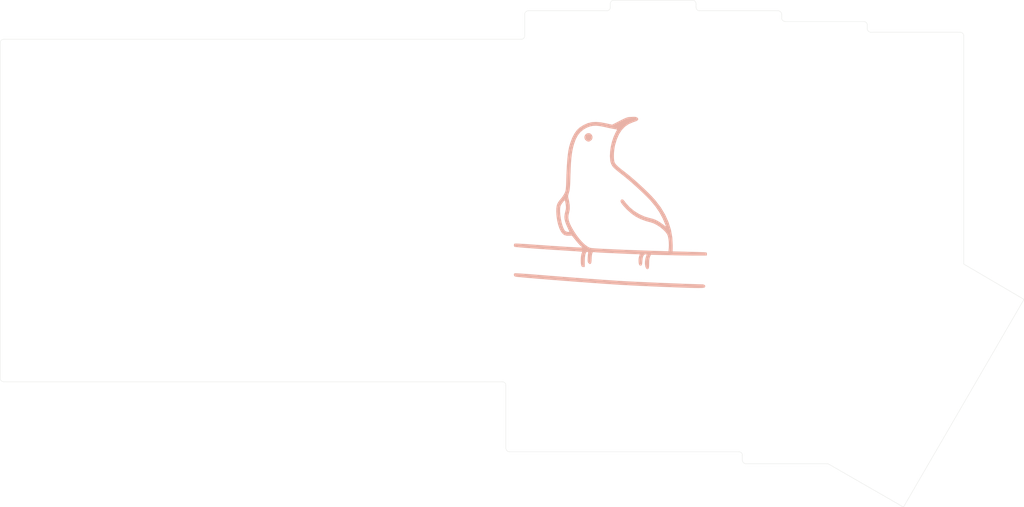
<source format=kicad_pcb>
(kicad_pcb (version 20171130) (host pcbnew "(5.1.9-0-10_14)")

  (general
    (thickness 1.6)
    (drawings 39)
    (tracks 0)
    (zones 0)
    (modules 8)
    (nets 1)
  )

  (page A4)
  (layers
    (0 F.Cu signal)
    (31 B.Cu signal)
    (32 B.Adhes user)
    (33 F.Adhes user)
    (34 B.Paste user)
    (35 F.Paste user)
    (36 B.SilkS user)
    (37 F.SilkS user)
    (38 B.Mask user)
    (39 F.Mask user)
    (40 Dwgs.User user)
    (41 Cmts.User user)
    (42 Eco1.User user)
    (43 Eco2.User user)
    (44 Edge.Cuts user)
    (45 Margin user)
    (46 B.CrtYd user)
    (47 F.CrtYd user)
    (48 B.Fab user)
    (49 F.Fab user)
  )

  (setup
    (last_trace_width 0.25)
    (trace_clearance 0.2)
    (zone_clearance 0.508)
    (zone_45_only no)
    (trace_min 0.2)
    (via_size 0.8)
    (via_drill 0.4)
    (via_min_size 0.4)
    (via_min_drill 0.3)
    (uvia_size 0.3)
    (uvia_drill 0.1)
    (uvias_allowed no)
    (uvia_min_size 0.2)
    (uvia_min_drill 0.1)
    (edge_width 0.05)
    (segment_width 0.2)
    (pcb_text_width 0.3)
    (pcb_text_size 1.5 1.5)
    (mod_edge_width 0.12)
    (mod_text_size 1 1)
    (mod_text_width 0.15)
    (pad_size 1.524 1.524)
    (pad_drill 0.762)
    (pad_to_mask_clearance 0)
    (aux_axis_origin 0 0)
    (grid_origin 221.45 102.39375)
    (visible_elements FFFFF77F)
    (pcbplotparams
      (layerselection 0x011fc_ffffffff)
      (usegerberextensions false)
      (usegerberattributes true)
      (usegerberadvancedattributes true)
      (creategerberjobfile true)
      (excludeedgelayer true)
      (linewidth 0.100000)
      (plotframeref false)
      (viasonmask false)
      (mode 1)
      (useauxorigin false)
      (hpglpennumber 1)
      (hpglpenspeed 20)
      (hpglpendiameter 15.000000)
      (psnegative false)
      (psa4output false)
      (plotreference true)
      (plotvalue true)
      (plotinvisibletext false)
      (padsonsilk false)
      (subtractmaskfromsilk false)
      (outputformat 1)
      (mirror false)
      (drillshape 0)
      (scaleselection 1)
      (outputdirectory "./gerbers"))
  )

  (net 0 "")

  (net_class Default "This is the default net class."
    (clearance 0.2)
    (trace_width 0.25)
    (via_dia 0.8)
    (via_drill 0.4)
    (uvia_dia 0.3)
    (uvia_drill 0.1)
  )

  (module footprints:wren_logo_large (layer B.Cu) (tedit 0) (tstamp 60854734)
    (at 173.063 63.27775 180)
    (fp_text reference G*** (at 0 0) (layer B.SilkS) hide
      (effects (font (size 1.524 1.524) (thickness 0.3)) (justify mirror))
    )
    (fp_text value LOGO (at 0.75 0) (layer B.SilkS) hide
      (effects (font (size 1.524 1.524) (thickness 0.3)) (justify mirror))
    )
    (fp_poly (pts (xy 21.305306 -15.777034) (xy 21.453922 -15.934693) (xy 21.466438 -16.175629) (xy 21.354528 -16.405686)
      (xy 21.214773 -16.507264) (xy 21.053493 -16.535665) (xy 20.680056 -16.579135) (xy 20.112626 -16.63624)
      (xy 19.369365 -16.705548) (xy 18.468436 -16.785627) (xy 17.428001 -16.875044) (xy 16.266223 -16.972367)
      (xy 15.001265 -17.076163) (xy 13.651289 -17.184999) (xy 12.234457 -17.297443) (xy 10.768933 -17.412063)
      (xy 9.272879 -17.527425) (xy 7.764457 -17.642098) (xy 6.261831 -17.754649) (xy 4.783162 -17.863644)
      (xy 3.346614 -17.967653) (xy 1.970349 -18.065242) (xy 0.67253 -18.154978) (xy -0.528681 -18.235429)
      (xy -1.443182 -18.29437) (xy -2.503227 -18.3581) (xy -3.703184 -18.424786) (xy -5.016008 -18.493303)
      (xy -6.414652 -18.562527) (xy -7.87207 -18.631331) (xy -9.361215 -18.698591) (xy -10.855041 -18.763181)
      (xy -12.326502 -18.823975) (xy -13.748553 -18.879849) (xy -15.094146 -18.929676) (xy -16.336235 -18.972332)
      (xy -17.447775 -19.006691) (xy -18.401718 -19.031628) (xy -19.171019 -19.046017) (xy -19.584272 -19.049211)
      (xy -20.195318 -19.041674) (xy -20.611466 -19.01543) (xy -20.868267 -18.966355) (xy -21.00127 -18.890322)
      (xy -21.006602 -18.884198) (xy -21.088757 -18.646227) (xy -20.985355 -18.424501) (xy -20.738422 -18.274319)
      (xy -20.517983 -18.241252) (xy -20.066912 -18.235329) (xy -19.410297 -18.21929) (xy -18.573238 -18.19417)
      (xy -17.580831 -18.161006) (xy -16.458172 -18.120833) (xy -15.230359 -18.074688) (xy -13.92249 -18.023608)
      (xy -12.559661 -17.968627) (xy -11.16697 -17.910782) (xy -9.769513 -17.85111) (xy -8.392389 -17.790645)
      (xy -7.060693 -17.730426) (xy -5.799523 -17.671486) (xy -4.633976 -17.614864) (xy -3.58915 -17.561594)
      (xy -2.690142 -17.512713) (xy -2.251363 -17.487139) (xy -1.25053 -17.42423) (xy -0.045904 -17.343913)
      (xy 1.336212 -17.248149) (xy 2.869515 -17.138894) (xy 4.527703 -17.018107) (xy 6.284472 -16.887745)
      (xy 8.113521 -16.749768) (xy 9.988545 -16.606133) (xy 11.883242 -16.458798) (xy 13.77131 -16.309721)
      (xy 15.626445 -16.16086) (xy 16.311897 -16.105197) (xy 17.348108 -16.022586) (xy 18.316016 -15.948933)
      (xy 19.190713 -15.885875) (xy 19.947289 -15.835048) (xy 20.560837 -15.798089) (xy 21.006449 -15.776636)
      (xy 21.259216 -15.772325) (xy 21.305306 -15.777034)) (layer B.SilkS) (width 0.01))
    (fp_poly (pts (xy -4.856424 19.034026) (xy -4.701341 19.027021) (xy -4.31494 19.005227) (xy -4.002778 18.971113)
      (xy -3.716503 18.908523) (xy -3.407765 18.801302) (xy -3.028209 18.633293) (xy -2.529484 18.388343)
      (xy -2.025884 18.133086) (xy -0.364722 17.287646) (xy 0.990352 17.596645) (xy 2.189584 17.821982)
      (xy 3.240772 17.906898) (xy 4.183967 17.84491) (xy 5.05922 17.629535) (xy 5.906582 17.254291)
      (xy 6.766103 16.712694) (xy 6.85723 16.646975) (xy 7.454439 16.086253) (xy 8.005388 15.315968)
      (xy 8.50004 14.354606) (xy 8.928355 13.220656) (xy 9.169182 12.389182) (xy 9.333765 11.60056)
      (xy 9.477301 10.59267) (xy 9.598779 9.376284) (xy 9.697186 7.962172) (xy 9.771509 6.361105)
      (xy 9.791223 5.772453) (xy 9.820243 4.847574) (xy 9.846486 4.121862) (xy 9.873266 3.563653)
      (xy 9.903898 3.141285) (xy 9.941696 2.823097) (xy 9.989974 2.577424) (xy 10.052046 2.372604)
      (xy 10.131226 2.176976) (xy 10.178542 2.072115) (xy 10.419344 1.636618) (xy 10.746041 1.156428)
      (xy 11.025415 0.808738) (xy 11.473393 0.259616) (xy 11.773302 -0.2406) (xy 11.950922 -0.763478)
      (xy 12.032033 -1.380588) (xy 12.04448 -2.020455) (xy 11.985397 -3.041094) (xy 11.837215 -4.053344)
      (xy 11.612813 -5.004171) (xy 11.325074 -5.84054) (xy 10.986877 -6.509415) (xy 10.935031 -6.588446)
      (xy 10.565466 -7.042161) (xy 10.17342 -7.305534) (xy 9.688741 -7.414154) (xy 9.298176 -7.41892)
      (xy 8.569945 -7.391022) (xy 7.750324 -8.417441) (xy 7.382157 -8.865492) (xy 7.026998 -9.275086)
      (xy 6.731159 -9.594) (xy 6.573766 -9.744203) (xy 6.216829 -10.044546) (xy 6.774096 -10.044348)
      (xy 7.062025 -10.036283) (xy 7.555108 -10.01328) (xy 8.228182 -9.976934) (xy 9.056086 -9.928843)
      (xy 10.013657 -9.870603) (xy 11.075733 -9.803811) (xy 12.217152 -9.730065) (xy 13.412751 -9.65096)
      (xy 14.637368 -9.568093) (xy 15.865842 -9.483063) (xy 17.073009 -9.397464) (xy 17.814512 -9.343726)
      (xy 18.672886 -9.283513) (xy 19.460626 -9.233154) (xy 20.147102 -9.194218) (xy 20.701686 -9.168274)
      (xy 21.093748 -9.156892) (xy 21.292659 -9.161639) (xy 21.307012 -9.164828) (xy 21.432495 -9.317488)
      (xy 21.471151 -9.569256) (xy 21.416301 -9.802686) (xy 21.347584 -9.878476) (xy 21.20143 -9.906564)
      (xy 20.845949 -9.947197) (xy 20.30229 -9.998786) (xy 19.5916 -10.05974) (xy 18.73503 -10.128469)
      (xy 17.753727 -10.203385) (xy 16.66884 -10.282896) (xy 15.501518 -10.365412) (xy 14.27291 -10.449345)
      (xy 13.004165 -10.533103) (xy 11.71643 -10.615097) (xy 10.795 -10.671807) (xy 9.938108 -10.72456)
      (xy 9.114826 -10.776756) (xy 8.366521 -10.825656) (xy 7.734558 -10.868523) (xy 7.260304 -10.902619)
      (xy 7.030818 -10.920978) (xy 6.268455 -10.988212) (xy 6.437129 -11.468879) (xy 6.529098 -11.882739)
      (xy 6.582759 -12.434819) (xy 6.596157 -13.035311) (xy 6.567341 -13.594406) (xy 6.494356 -14.022294)
      (xy 6.492776 -14.027727) (xy 6.375164 -14.279164) (xy 6.172827 -14.36841) (xy 6.053057 -14.374091)
      (xy 5.715 -14.374091) (xy 5.714414 -13.104091) (xy 5.685353 -12.293112) (xy 5.601097 -11.667805)
      (xy 5.464784 -11.239141) (xy 5.279551 -11.018094) (xy 5.111043 -10.995017) (xy 4.959007 -11.107469)
      (xy 4.947907 -11.205948) (xy 4.974432 -11.39498) (xy 5.007727 -11.746151) (xy 5.041483 -12.191061)
      (xy 5.048421 -12.295909) (xy 5.071791 -12.775338) (xy 5.060555 -13.089123) (xy 5.005323 -13.30115)
      (xy 4.896704 -13.475305) (xy 4.870247 -13.508182) (xy 4.676694 -13.697883) (xy 4.513608 -13.713901)
      (xy 4.42337 -13.668883) (xy 4.313193 -13.559375) (xy 4.245572 -13.361997) (xy 4.209264 -13.025511)
      (xy 4.195371 -12.629792) (xy 4.170121 -12.145873) (xy 4.120805 -11.711611) (xy 4.05747 -11.412111)
      (xy 4.048756 -11.387579) (xy 3.920861 -11.056521) (xy 2.855203 -11.130699) (xy 2.548505 -11.149127)
      (xy 2.056647 -11.175141) (xy 1.412302 -11.207272) (xy 0.648141 -11.244053) (xy -0.203166 -11.284018)
      (xy -1.108947 -11.325698) (xy -2.036532 -11.367626) (xy -2.953249 -11.408335) (xy -3.826427 -11.446357)
      (xy -4.623395 -11.480225) (xy -5.311482 -11.508472) (xy -5.858017 -11.529629) (xy -6.230329 -11.54223)
      (xy -6.372972 -11.545183) (xy -6.491342 -11.565603) (xy -6.505043 -11.666485) (xy -6.41754 -11.907976)
      (xy -6.396754 -11.958001) (xy -6.294589 -12.335529) (xy -6.24979 -12.791198) (xy -6.259123 -13.25685)
      (xy -6.319355 -13.664325) (xy -6.427254 -13.945467) (xy -6.494318 -14.015084) (xy -6.748987 -14.100521)
      (xy -6.930303 -13.984176) (xy -7.042876 -13.658991) (xy -7.091314 -13.117912) (xy -7.091769 -13.100553)
      (xy -7.155733 -12.421132) (xy -7.305868 -11.927938) (xy -7.536828 -11.632567) (xy -7.808499 -11.545455)
      (xy -8.016281 -11.574943) (xy -8.041188 -11.691139) (xy -8.020211 -11.7475) (xy -7.800845 -12.413285)
      (xy -7.685058 -13.104083) (xy -7.675058 -13.759122) (xy -7.773054 -14.31763) (xy -7.915429 -14.631571)
      (xy -8.088067 -14.84409) (xy -8.252086 -14.871202) (xy -8.425426 -14.782328) (xy -8.511475 -14.667611)
      (xy -8.565211 -14.429227) (xy -8.592325 -14.028333) (xy -8.598608 -13.600687) (xy -8.621083 -12.927568)
      (xy -8.688839 -12.433434) (xy -8.800553 -12.086599) (xy -8.999743 -11.64638) (xy -12.841462 -11.740235)
      (xy -13.902949 -11.764239) (xy -15.01579 -11.785976) (xy -16.126013 -11.804628) (xy -17.179643 -11.819381)
      (xy -18.122704 -11.829418) (xy -18.901222 -11.833923) (xy -19.05 -11.834091) (xy -21.416818 -11.834091)
      (xy -21.453414 -11.515935) (xy -21.429793 -11.249643) (xy -21.334815 -11.138224) (xy -21.184973 -11.121104)
      (xy -20.833209 -11.100577) (xy -20.308467 -11.077728) (xy -19.63969 -11.053642) (xy -18.855821 -11.029404)
      (xy -17.985804 -11.0061) (xy -17.502508 -10.994563) (xy -13.825397 -10.910455) (xy -13.846155 -9.616432)
      (xy -13.840084 -9.491213) (xy -13.00462 -9.491213) (xy -12.978424 -10.090592) (xy -12.904022 -10.887093)
      (xy -10.406329 -10.810696) (xy -9.566161 -10.784074) (xy -8.563869 -10.750826) (xy -7.468064 -10.71332)
      (xy -6.347355 -10.673922) (xy -5.270353 -10.635001) (xy -4.675909 -10.612946) (xy -3.616492 -10.571566)
      (xy -2.434576 -10.522685) (xy -1.208875 -10.469736) (xy -0.018103 -10.416154) (xy 1.059026 -10.365374)
      (xy 1.51975 -10.342642) (xy 2.425379 -10.296348) (xy 3.131526 -10.256867) (xy 3.66936 -10.220106)
      (xy 4.070051 -10.181973) (xy 4.364768 -10.138373) (xy 4.584681 -10.085214) (xy 4.760959 -10.018404)
      (xy 4.924771 -9.933849) (xy 5.010726 -9.884235) (xy 5.632954 -9.435695) (xy 6.300509 -8.804136)
      (xy 6.98265 -8.024556) (xy 7.648636 -7.131956) (xy 8.023676 -6.546133) (xy 9.120909 -6.546133)
      (xy 9.222302 -6.569119) (xy 9.473039 -6.564247) (xy 9.542394 -6.559015) (xy 9.955974 -6.438175)
      (xy 10.176993 -6.234546) (xy 10.433339 -5.775503) (xy 10.667399 -5.150135) (xy 10.870472 -4.411025)
      (xy 11.033858 -3.610756) (xy 11.148856 -2.801914) (xy 11.206765 -2.037081) (xy 11.198885 -1.368841)
      (xy 11.116515 -0.849777) (xy 11.084175 -0.751871) (xy 10.957362 -0.507529) (xy 10.755595 -0.20297)
      (xy 10.52585 0.100467) (xy 10.315103 0.34144) (xy 10.17033 0.458609) (xy 10.154712 0.461818)
      (xy 10.099675 0.35666) (xy 10.029259 0.078671) (xy 9.95725 -0.315916) (xy 9.94595 -0.389818)
      (xy 9.884109 -0.912343) (xy 9.884308 -1.314342) (xy 9.949808 -1.698592) (xy 9.992646 -1.861864)
      (xy 10.159585 -2.549205) (xy 10.233386 -3.140668) (xy 10.206988 -3.697397) (xy 10.073331 -4.280533)
      (xy 9.825353 -4.95122) (xy 9.569149 -5.528936) (xy 9.373295 -5.957032) (xy 9.220846 -6.299631)
      (xy 9.133455 -6.507596) (xy 9.120909 -6.546133) (xy 8.023676 -6.546133) (xy 8.241351 -6.206119)
      (xy 8.72529 -5.343487) (xy 9.067446 -4.616843) (xy 9.276891 -3.987354) (xy 9.362698 -3.416191)
      (xy 9.333937 -2.86452) (xy 9.199681 -2.29351) (xy 9.174142 -2.213355) (xy 9.03842 -1.481945)
      (xy 9.055197 -0.601296) (xy 9.223541 0.40527) (xy 9.289508 0.67504) (xy 9.383149 1.065866)
      (xy 9.415407 1.353149) (xy 9.382298 1.633183) (xy 9.279841 2.002258) (xy 9.227789 2.167375)
      (xy 9.152499 2.426426) (xy 9.091762 2.70028) (xy 9.04288 3.020893) (xy 9.003157 3.420222)
      (xy 8.969895 3.930226) (xy 8.940397 4.58286) (xy 8.911965 5.410082) (xy 8.889364 6.176818)
      (xy 8.841505 7.557818) (xy 8.7795 8.742553) (xy 8.699447 9.765437) (xy 8.597446 10.660887)
      (xy 8.469598 11.463318) (xy 8.312003 12.207145) (xy 8.126803 12.905982) (xy 7.734001 14.016961)
      (xy 7.249429 14.931271) (xy 6.656195 15.670675) (xy 5.937405 16.256937) (xy 5.222379 16.647812)
      (xy 4.569791 16.896397) (xy 3.917394 17.036443) (xy 3.216466 17.0693) (xy 2.418281 16.996318)
      (xy 1.474117 16.818849) (xy 1.212273 16.758952) (xy 0.589793 16.617516) (xy -0.011664 16.489618)
      (xy -0.525567 16.388867) (xy -0.885384 16.328871) (xy -0.899238 16.327042) (xy -1.231178 16.271477)
      (xy -1.438232 16.21208) (xy -1.47585 16.177033) (xy -1.407961 16.0444) (xy -1.265493 15.770796)
      (xy -1.108383 15.470909) (xy -0.67895 14.512495) (xy -0.333213 13.456242) (xy -0.079774 12.354795)
      (xy 0.072762 11.260797) (xy 0.115793 10.226895) (xy 0.040714 9.305731) (xy -0.038474 8.924184)
      (xy -0.198565 8.489923) (xy -0.424695 8.080278) (xy -0.529156 7.941568) (xy -0.654139 7.800819)
      (xy -0.787768 7.662351) (xy -0.953561 7.50629) (xy -1.175036 7.312761) (xy -1.475713 7.061891)
      (xy -1.879109 6.733805) (xy -2.408743 6.308629) (xy -3.088134 5.766489) (xy -3.348182 5.559342)
      (xy -4.049488 4.981296) (xy -4.846199 4.291988) (xy -5.694878 3.531701) (xy -6.552085 2.740717)
      (xy -7.374381 1.959317) (xy -8.118328 1.227785) (xy -8.740488 0.586403) (xy -8.919204 0.393122)
      (xy -9.986973 -0.883216) (xy -10.86751 -2.170795) (xy -11.599327 -3.52942) (xy -11.939072 -4.296358)
      (xy -12.119111 -4.737239) (xy -12.259673 -5.092782) (xy -12.341132 -5.31275) (xy -12.353636 -5.357473)
      (xy -12.269403 -5.320903) (xy -12.044919 -5.171683) (xy -11.722508 -4.938532) (xy -11.592457 -4.840974)
      (xy -10.827408 -4.306533) (xy -10.12825 -3.92408) (xy -9.424301 -3.659414) (xy -8.862341 -3.520022)
      (xy -7.624199 -3.162801) (xy -6.419422 -2.618679) (xy -5.290884 -1.915978) (xy -4.281453 -1.083019)
      (xy -3.434001 -0.148124) (xy -3.143279 0.258134) (xy -2.859177 0.583691) (xy -2.590128 0.682926)
      (xy -2.340999 0.554379) (xy -2.301742 0.51069) (xy -2.235164 0.308373) (xy -2.316064 0.023385)
      (xy -2.553221 -0.357969) (xy -2.955414 -0.849383) (xy -3.531422 -1.46455) (xy -3.636818 -1.57185)
      (xy -4.604607 -2.452763) (xy -5.614977 -3.163506) (xy -6.715287 -3.729654) (xy -7.952898 -4.176779)
      (xy -8.941056 -4.43604) (xy -9.606459 -4.663179) (xy -10.323639 -5.032722) (xy -11.038612 -5.504759)
      (xy -11.697394 -6.039377) (xy -12.246003 -6.596665) (xy -12.630455 -7.13671) (xy -12.654249 -7.181342)
      (xy -12.796918 -7.586227) (xy -12.907977 -8.152011) (xy -12.979766 -8.809928) (xy -13.00462 -9.491213)
      (xy -13.840084 -9.491213) (xy -13.760199 -7.843645) (xy -13.447386 -6.096978) (xy -12.911106 -4.385049)
      (xy -12.154747 -2.71647) (xy -11.181696 -1.099858) (xy -9.995343 0.456174) (xy -9.791404 0.692727)
      (xy -9.129778 1.411822) (xy -8.323605 2.22982) (xy -7.414308 3.108749) (xy -6.443306 4.010634)
      (xy -5.45202 4.897501) (xy -4.481872 5.731378) (xy -3.574281 6.474291) (xy -3.001818 6.917282)
      (xy -2.257997 7.493399) (xy -1.693382 7.972432) (xy -1.287594 8.373418) (xy -1.02025 8.715393)
      (xy -0.951547 8.832273) (xy -0.843482 9.182967) (xy -0.780483 9.706514) (xy -0.761632 10.34948)
      (xy -0.786011 11.058435) (xy -0.852703 11.779945) (xy -0.960789 12.46058) (xy -1.018347 12.721562)
      (xy -1.408446 14.03784) (xy -1.894333 15.152016) (xy -2.486247 16.076461) (xy -3.194425 16.82355)
      (xy -4.029106 17.405656) (xy -5.000527 17.835152) (xy -5.337006 17.940964) (xy -5.835709 18.130077)
      (xy -6.120943 18.344855) (xy -6.187144 18.577531) (xy -6.028746 18.820337) (xy -5.99046 18.852976)
      (xy -5.823819 18.96157) (xy -5.61826 19.022678) (xy -5.315292 19.044198) (xy -4.856424 19.034026)) (layer B.SilkS) (width 0.01))
    (fp_poly (pts (xy 5.069193 15.393824) (xy 5.230564 15.340912) (xy 5.572928 15.092528) (xy 5.756617 14.738869)
      (xy 5.778782 14.344327) (xy 5.636575 13.973295) (xy 5.327148 13.690165) (xy 5.304125 13.677855)
      (xy 5.021324 13.546637) (xy 4.821633 13.52682) (xy 4.587663 13.615262) (xy 4.505003 13.656477)
      (xy 4.169441 13.924515) (xy 4.00618 14.263896) (xy 3.995071 14.627846) (xy 4.115966 14.969589)
      (xy 4.348717 15.24235) (xy 4.673175 15.399353) (xy 5.069193 15.393824)) (layer B.SilkS) (width 0.01))
  )

  (module MountingHole:MountingHole_2.2mm_M2 (layer F.Cu) (tedit 56D1B4CB) (tstamp 607B26A2)
    (at 211.1375 80.16875)
    (descr "Mounting Hole 2.2mm, no annular, M2")
    (tags "mounting hole 2.2mm no annular m2")
    (path /607DF460)
    (attr virtual)
    (fp_text reference H6 (at 0 -6.5) (layer F.SilkS) hide
      (effects (font (size 1 1) (thickness 0.15)))
    )
    (fp_text value MountingHole (at 0 6.5) (layer F.Fab)
      (effects (font (size 1 1) (thickness 0.15)))
    )
    (fp_circle (center 0 0) (end 2.2 0) (layer Cmts.User) (width 0.15))
    (fp_circle (center 0 0) (end 2.45 0) (layer F.CrtYd) (width 0.05))
    (fp_text user %R (at 0.3 0) (layer F.Fab)
      (effects (font (size 1 1) (thickness 0.15)))
    )
    (pad 1 np_thru_hole circle (at 0 0) (size 2.2 2.2) (drill 2.2) (layers *.Cu *.Mask))
  )

  (module MountingHole:MountingHole_2.2mm_M2 (layer F.Cu) (tedit 56D1B4CB) (tstamp 607B268A)
    (at 211.1375 42.06875)
    (descr "Mounting Hole 2.2mm, no annular, M2")
    (tags "mounting hole 2.2mm no annular m2")
    (path /607DC9F0)
    (attr virtual)
    (fp_text reference H3 (at 0 -6.5) (layer F.SilkS) hide
      (effects (font (size 1 1) (thickness 0.15)))
    )
    (fp_text value MountingHole (at 0 6.5) (layer F.Fab)
      (effects (font (size 1 1) (thickness 0.15)))
    )
    (fp_circle (center 0 0) (end 2.2 0) (layer Cmts.User) (width 0.15))
    (fp_circle (center 0 0) (end 2.45 0) (layer F.CrtYd) (width 0.05))
    (fp_text user %R (at 0.3 0) (layer F.Fab)
      (effects (font (size 1 1) (thickness 0.15)))
    )
    (pad 1 np_thru_hole circle (at 0 0) (size 2.2 2.2) (drill 2.2) (layers *.Cu *.Mask))
  )

  (module MountingHole:MountingHole_2.2mm_M2 (layer F.Cu) (tedit 56D1B4CB) (tstamp 607B2682)
    (at 134.9375 46.0375)
    (descr "Mounting Hole 2.2mm, no annular, M2")
    (tags "mounting hole 2.2mm no annular m2")
    (path /607DE9D9)
    (attr virtual)
    (fp_text reference H2 (at 0 -6.5) (layer F.SilkS) hide
      (effects (font (size 1 1) (thickness 0.15)))
    )
    (fp_text value MountingHole (at 0 6.5) (layer F.Fab)
      (effects (font (size 1 1) (thickness 0.15)))
    )
    (fp_circle (center 0 0) (end 2.2 0) (layer Cmts.User) (width 0.15))
    (fp_circle (center 0 0) (end 2.45 0) (layer F.CrtYd) (width 0.05))
    (fp_text user %R (at 0.3 0) (layer F.Fab)
      (effects (font (size 1 1) (thickness 0.15)))
    )
    (pad 1 np_thru_hole circle (at 0 0) (size 2.2 2.2) (drill 2.2) (layers *.Cu *.Mask))
  )

  (module MountingHole:MountingHole_2.2mm_M2 (layer F.Cu) (tedit 56D1B4CB) (tstamp 607B2692)
    (at 56.35625 84.1375)
    (descr "Mounting Hole 2.2mm, no annular, M2")
    (tags "mounting hole 2.2mm no annular m2")
    (path /607DED77)
    (attr virtual)
    (fp_text reference H4 (at 0 -6.5) (layer F.SilkS) hide
      (effects (font (size 1 1) (thickness 0.15)))
    )
    (fp_text value MountingHole (at 0 6.5) (layer F.Fab)
      (effects (font (size 1 1) (thickness 0.15)))
    )
    (fp_circle (center 0 0) (end 2.2 0) (layer Cmts.User) (width 0.15))
    (fp_circle (center 0 0) (end 2.45 0) (layer F.CrtYd) (width 0.05))
    (fp_text user %R (at 0.3 0) (layer F.Fab)
      (effects (font (size 1 1) (thickness 0.15)))
    )
    (pad 1 np_thru_hole circle (at 0 0) (size 2.2 2.2) (drill 2.2) (layers *.Cu *.Mask))
  )

  (module MountingHole:MountingHole_2.2mm_M2 (layer F.Cu) (tedit 56D1B4CB) (tstamp 607B269A)
    (at 134.9375 84.1375)
    (descr "Mounting Hole 2.2mm, no annular, M2")
    (tags "mounting hole 2.2mm no annular m2")
    (path /607DDEC1)
    (attr virtual)
    (fp_text reference H5 (at 0 -6.5) (layer F.SilkS) hide
      (effects (font (size 1 1) (thickness 0.15)))
    )
    (fp_text value MountingHole (at 0 6.5) (layer F.Fab)
      (effects (font (size 1 1) (thickness 0.15)))
    )
    (fp_circle (center 0 0) (end 2.2 0) (layer Cmts.User) (width 0.15))
    (fp_circle (center 0 0) (end 2.45 0) (layer F.CrtYd) (width 0.05))
    (fp_text user %R (at 0.3 0) (layer F.Fab)
      (effects (font (size 1 1) (thickness 0.15)))
    )
    (pad 1 np_thru_hole circle (at 0 0) (size 2.2 2.2) (drill 2.2) (layers *.Cu *.Mask))
  )

  (module MountingHole:MountingHole_2.2mm_M2 (layer F.Cu) (tedit 56D1B4CB) (tstamp 607B99EA)
    (at 56.35625 46.0375)
    (descr "Mounting Hole 2.2mm, no annular, M2")
    (tags "mounting hole 2.2mm no annular m2")
    (path /607DE5EF)
    (attr virtual)
    (fp_text reference H1 (at 0 -6.5) (layer F.SilkS) hide
      (effects (font (size 1 1) (thickness 0.15)))
    )
    (fp_text value MountingHole (at 0 6.5) (layer F.Fab)
      (effects (font (size 1 1) (thickness 0.15)))
    )
    (fp_circle (center 0 0) (end 2.2 0) (layer Cmts.User) (width 0.15))
    (fp_circle (center 0 0) (end 2.45 0) (layer F.CrtYd) (width 0.05))
    (fp_text user %R (at 0.3 0) (layer F.Fab)
      (effects (font (size 1 1) (thickness 0.15)))
    )
    (pad 1 np_thru_hole circle (at 0 0) (size 2.2 2.2) (drill 2.2) (layers *.Cu *.Mask))
  )

  (module MountingHole:MountingHole_2.2mm_M2 (layer F.Cu) (tedit 56D1B4CB) (tstamp 607B26AA)
    (at 226.2505 106.01325)
    (descr "Mounting Hole 2.2mm, no annular, M2")
    (tags "mounting hole 2.2mm no annular m2")
    (path /607DE302)
    (attr virtual)
    (fp_text reference H7 (at 0 -6.5) (layer F.SilkS) hide
      (effects (font (size 1 1) (thickness 0.15)))
    )
    (fp_text value MountingHole (at 0 6.5) (layer F.Fab)
      (effects (font (size 1 1) (thickness 0.15)))
    )
    (fp_circle (center 0 0) (end 2.2 0) (layer Cmts.User) (width 0.15))
    (fp_circle (center 0 0) (end 2.45 0) (layer F.CrtYd) (width 0.05))
    (fp_text user %R (at 0.3 0) (layer F.Fab)
      (effects (font (size 1 1) (thickness 0.15)))
    )
    (pad 1 np_thru_hole circle (at 0 0) (size 2.2 2.2) (drill 2.2) (layers *.Cu *.Mask))
  )

  (gr_line (start 149.0285 103.18775) (end 145.274 103.1875) (layer Edge.Cuts) (width 0.05) (tstamp 6084922F))
  (gr_line (start 149.822 117.98325) (end 149.822 103.98125) (layer Edge.Cuts) (width 0.05) (tstamp 6084922E))
  (gr_line (start 150.6155 118.77675) (end 201.6125 118.77675) (layer Edge.Cuts) (width 0.05) (tstamp 6084922D))
  (gr_line (start 202.406 119.57025) (end 202.406 120.65) (layer Edge.Cuts) (width 0.05) (tstamp 6084921D))
  (gr_arc (start 150.6155 117.98325) (end 149.822 117.98325) (angle -90) (layer Edge.Cuts) (width 0.05) (tstamp 60849216))
  (gr_line (start 251.603 76.99375) (end 251.603 26.19375) (layer Edge.Cuts) (width 0.05) (tstamp 607F83B0))
  (gr_line (start 265.011 84.86775) (end 251.603 76.99375) (layer Edge.Cuts) (width 0.05))
  (gr_line (start 238.214 131.09575) (end 265.011 84.86775) (layer Edge.Cuts) (width 0.05))
  (gr_line (start 221.45 121.44375) (end 238.214 131.09575) (layer Edge.Cuts) (width 0.05))
  (gr_line (start 203.1995 121.4435) (end 221.45 121.44375) (layer Edge.Cuts) (width 0.05))
  (gr_arc (start 203.1995 120.65) (end 202.406 120.65) (angle -90) (layer Edge.Cuts) (width 0.05))
  (gr_arc (start 201.6125 119.57025) (end 202.406 119.57025) (angle -90) (layer Edge.Cuts) (width 0.05))
  (gr_arc (start 149.0285 103.98125) (end 149.822 103.98125) (angle -90) (layer Edge.Cuts) (width 0.05))
  (gr_line (start 38.1515 103.18725) (end 145.274 103.1875) (layer Edge.Cuts) (width 0.05))
  (gr_arc (start 38.1515 102.39375) (end 37.358 102.39375) (angle -90) (layer Edge.Cuts) (width 0.05))
  (gr_line (start 37.35775 27.78125) (end 37.358 102.39375) (layer Edge.Cuts) (width 0.05))
  (gr_arc (start 38.1515 27.78125) (end 38.1515 26.9875) (angle -90) (layer Edge.Cuts) (width 0.05))
  (gr_line (start 153.209 26.9875) (end 38.1515 26.9875) (layer Edge.Cuts) (width 0.05))
  (gr_arc (start 153.209 26.19375) (end 153.209 26.9875) (angle -90) (layer Edge.Cuts) (width 0.05))
  (gr_line (start 154.00225 21.43125) (end 154.0025 26.19375) (layer Edge.Cuts) (width 0.05))
  (gr_arc (start 154.796 21.43125) (end 154.796 20.6375) (angle -90) (layer Edge.Cuts) (width 0.05))
  (gr_line (start 172.253 20.6375) (end 154.796 20.6375) (layer Edge.Cuts) (width 0.05))
  (gr_arc (start 172.253 19.84375) (end 172.253 20.6375) (angle -90) (layer Edge.Cuts) (width 0.05))
  (gr_line (start 173.04625 19.05) (end 173.0465 19.84375) (layer Edge.Cuts) (width 0.05))
  (gr_arc (start 173.84 19.05) (end 173.84 18.25625) (angle -90) (layer Edge.Cuts) (width 0.05))
  (gr_line (start 191.297 18.2565) (end 173.84 18.25625) (layer Edge.Cuts) (width 0.05))
  (gr_arc (start 191.297 19.05) (end 192.0905 19.05) (angle -90) (layer Edge.Cuts) (width 0.05))
  (gr_line (start 192.0905 19.84375) (end 192.0905 19.05) (layer Edge.Cuts) (width 0.05))
  (gr_arc (start 192.884 19.84375) (end 192.0905 19.84375) (angle -90) (layer Edge.Cuts) (width 0.05))
  (gr_line (start 210.341 20.63775) (end 192.884 20.6375) (layer Edge.Cuts) (width 0.05))
  (gr_arc (start 210.341 21.43125) (end 211.1345 21.43125) (angle -90) (layer Edge.Cuts) (width 0.05))
  (gr_line (start 211.1345 22.225) (end 211.1345 21.43125) (layer Edge.Cuts) (width 0.05))
  (gr_arc (start 211.928 22.225) (end 211.1345 22.225) (angle -90) (layer Edge.Cuts) (width 0.05))
  (gr_line (start 229.385 23.019) (end 211.928 23.01875) (layer Edge.Cuts) (width 0.05))
  (gr_line (start 230.1785 23.8125) (end 230.1785 24.60625) (layer Edge.Cuts) (width 0.05) (tstamp 607F7FF1))
  (gr_arc (start 229.385 23.8125) (end 230.1785 23.8125) (angle -90) (layer Edge.Cuts) (width 0.05))
  (gr_arc (start 230.972 24.60625) (end 230.1785 24.60625) (angle -90) (layer Edge.Cuts) (width 0.05))
  (gr_line (start 250.8095 25.40025) (end 230.972 25.4) (layer Edge.Cuts) (width 0.05))
  (gr_arc (start 250.8095 26.19375) (end 251.603 26.19375) (angle -90) (layer Edge.Cuts) (width 0.05))

)

</source>
